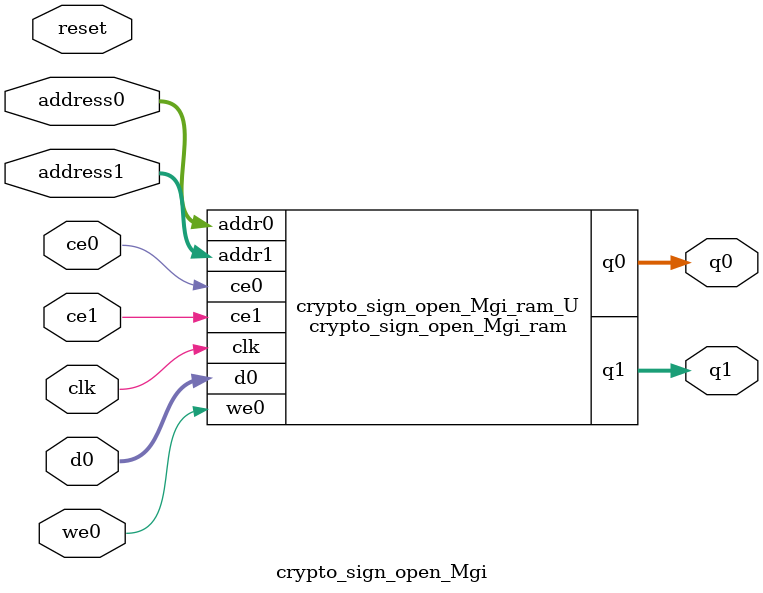
<source format=v>
`timescale 1 ns / 1 ps
module crypto_sign_open_Mgi_ram (addr0, ce0, d0, we0, q0, addr1, ce1, q1,  clk);

parameter DWIDTH = 8;
parameter AWIDTH = 5;
parameter MEM_SIZE = 32;

input[AWIDTH-1:0] addr0;
input ce0;
input[DWIDTH-1:0] d0;
input we0;
output reg[DWIDTH-1:0] q0;
input[AWIDTH-1:0] addr1;
input ce1;
output reg[DWIDTH-1:0] q1;
input clk;

(* ram_style = "distributed" *)reg [DWIDTH-1:0] ram[0:MEM_SIZE-1];




always @(posedge clk)  
begin 
    if (ce0) begin
        if (we0) 
            ram[addr0] <= d0; 
        q0 <= ram[addr0];
    end
end


always @(posedge clk)  
begin 
    if (ce1) begin
        q1 <= ram[addr1];
    end
end


endmodule

`timescale 1 ns / 1 ps
module crypto_sign_open_Mgi(
    reset,
    clk,
    address0,
    ce0,
    we0,
    d0,
    q0,
    address1,
    ce1,
    q1);

parameter DataWidth = 32'd8;
parameter AddressRange = 32'd32;
parameter AddressWidth = 32'd5;
input reset;
input clk;
input[AddressWidth - 1:0] address0;
input ce0;
input we0;
input[DataWidth - 1:0] d0;
output[DataWidth - 1:0] q0;
input[AddressWidth - 1:0] address1;
input ce1;
output[DataWidth - 1:0] q1;



crypto_sign_open_Mgi_ram crypto_sign_open_Mgi_ram_U(
    .clk( clk ),
    .addr0( address0 ),
    .ce0( ce0 ),
    .we0( we0 ),
    .d0( d0 ),
    .q0( q0 ),
    .addr1( address1 ),
    .ce1( ce1 ),
    .q1( q1 ));

endmodule


</source>
